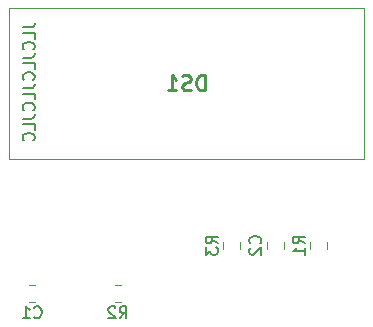
<source format=gbr>
%TF.GenerationSoftware,KiCad,Pcbnew,(5.1.6)-1*%
%TF.CreationDate,2021-07-08T13:54:37-04:00*%
%TF.ProjectId,Turbo-Display-V3-Simple,54757262-6f2d-4446-9973-706c61792d56,rev?*%
%TF.SameCoordinates,Original*%
%TF.FileFunction,Legend,Bot*%
%TF.FilePolarity,Positive*%
%FSLAX46Y46*%
G04 Gerber Fmt 4.6, Leading zero omitted, Abs format (unit mm)*
G04 Created by KiCad (PCBNEW (5.1.6)-1) date 2021-07-08 13:54:37*
%MOMM*%
%LPD*%
G01*
G04 APERTURE LIST*
%ADD10C,0.150000*%
%ADD11C,0.120000*%
%ADD12C,0.100000*%
%ADD13C,0.254000*%
G04 APERTURE END LIST*
D10*
X123277380Y-78438952D02*
X123991666Y-78438952D01*
X124134523Y-78391333D01*
X124229761Y-78296095D01*
X124277380Y-78153238D01*
X124277380Y-78058000D01*
X124277380Y-79391333D02*
X124277380Y-78915142D01*
X123277380Y-78915142D01*
X124182142Y-80296095D02*
X124229761Y-80248476D01*
X124277380Y-80105619D01*
X124277380Y-80010380D01*
X124229761Y-79867523D01*
X124134523Y-79772285D01*
X124039285Y-79724666D01*
X123848809Y-79677047D01*
X123705952Y-79677047D01*
X123515476Y-79724666D01*
X123420238Y-79772285D01*
X123325000Y-79867523D01*
X123277380Y-80010380D01*
X123277380Y-80105619D01*
X123325000Y-80248476D01*
X123372619Y-80296095D01*
X123277380Y-81010380D02*
X123991666Y-81010380D01*
X124134523Y-80962761D01*
X124229761Y-80867523D01*
X124277380Y-80724666D01*
X124277380Y-80629428D01*
X124277380Y-81962761D02*
X124277380Y-81486571D01*
X123277380Y-81486571D01*
X124182142Y-82867523D02*
X124229761Y-82819904D01*
X124277380Y-82677047D01*
X124277380Y-82581809D01*
X124229761Y-82438952D01*
X124134523Y-82343714D01*
X124039285Y-82296095D01*
X123848809Y-82248476D01*
X123705952Y-82248476D01*
X123515476Y-82296095D01*
X123420238Y-82343714D01*
X123325000Y-82438952D01*
X123277380Y-82581809D01*
X123277380Y-82677047D01*
X123325000Y-82819904D01*
X123372619Y-82867523D01*
X123277380Y-83581809D02*
X123991666Y-83581809D01*
X124134523Y-83534190D01*
X124229761Y-83438952D01*
X124277380Y-83296095D01*
X124277380Y-83200857D01*
X124277380Y-84534190D02*
X124277380Y-84058000D01*
X123277380Y-84058000D01*
X124182142Y-85438952D02*
X124229761Y-85391333D01*
X124277380Y-85248476D01*
X124277380Y-85153238D01*
X124229761Y-85010380D01*
X124134523Y-84915142D01*
X124039285Y-84867523D01*
X123848809Y-84819904D01*
X123705952Y-84819904D01*
X123515476Y-84867523D01*
X123420238Y-84915142D01*
X123325000Y-85010380D01*
X123277380Y-85153238D01*
X123277380Y-85248476D01*
X123325000Y-85391333D01*
X123372619Y-85438952D01*
X123277380Y-86153238D02*
X123991666Y-86153238D01*
X124134523Y-86105619D01*
X124229761Y-86010380D01*
X124277380Y-85867523D01*
X124277380Y-85772285D01*
X124277380Y-87105619D02*
X124277380Y-86629428D01*
X123277380Y-86629428D01*
X124182142Y-88010380D02*
X124229761Y-87962761D01*
X124277380Y-87819904D01*
X124277380Y-87724666D01*
X124229761Y-87581809D01*
X124134523Y-87486571D01*
X124039285Y-87438952D01*
X123848809Y-87391333D01*
X123705952Y-87391333D01*
X123515476Y-87438952D01*
X123420238Y-87486571D01*
X123325000Y-87581809D01*
X123277380Y-87724666D01*
X123277380Y-87819904D01*
X123325000Y-87962761D01*
X123372619Y-88010380D01*
D11*
%TO.C,C1*%
X123817748Y-101675000D02*
X124340252Y-101675000D01*
X123817748Y-100255000D02*
X124340252Y-100255000D01*
%TO.C,C2*%
X145363000Y-96639748D02*
X145363000Y-97162252D01*
X143943000Y-96639748D02*
X143943000Y-97162252D01*
D12*
%TO.C,DS1*%
X122150000Y-89585000D02*
X152170000Y-89585000D01*
X152170000Y-89585000D02*
X152170000Y-76785000D01*
X152170000Y-76785000D02*
X122150000Y-76785000D01*
X122150000Y-76785000D02*
X122150000Y-89585000D01*
D11*
%TO.C,R1*%
X147626000Y-96639748D02*
X147626000Y-97162252D01*
X149046000Y-96639748D02*
X149046000Y-97162252D01*
%TO.C,R2*%
X131579252Y-101675000D02*
X131056748Y-101675000D01*
X131579252Y-100255000D02*
X131056748Y-100255000D01*
%TO.C,R3*%
X141680000Y-97162252D02*
X141680000Y-96639748D01*
X140260000Y-97162252D02*
X140260000Y-96639748D01*
%TO.C,C1*%
D10*
X124245666Y-102972142D02*
X124293285Y-103019761D01*
X124436142Y-103067380D01*
X124531380Y-103067380D01*
X124674238Y-103019761D01*
X124769476Y-102924523D01*
X124817095Y-102829285D01*
X124864714Y-102638809D01*
X124864714Y-102495952D01*
X124817095Y-102305476D01*
X124769476Y-102210238D01*
X124674238Y-102115000D01*
X124531380Y-102067380D01*
X124436142Y-102067380D01*
X124293285Y-102115000D01*
X124245666Y-102162619D01*
X123293285Y-103067380D02*
X123864714Y-103067380D01*
X123579000Y-103067380D02*
X123579000Y-102067380D01*
X123674238Y-102210238D01*
X123769476Y-102305476D01*
X123864714Y-102353095D01*
%TO.C,C2*%
X143360142Y-96734333D02*
X143407761Y-96686714D01*
X143455380Y-96543857D01*
X143455380Y-96448619D01*
X143407761Y-96305761D01*
X143312523Y-96210523D01*
X143217285Y-96162904D01*
X143026809Y-96115285D01*
X142883952Y-96115285D01*
X142693476Y-96162904D01*
X142598238Y-96210523D01*
X142503000Y-96305761D01*
X142455380Y-96448619D01*
X142455380Y-96543857D01*
X142503000Y-96686714D01*
X142550619Y-96734333D01*
X142550619Y-97115285D02*
X142503000Y-97162904D01*
X142455380Y-97258142D01*
X142455380Y-97496238D01*
X142503000Y-97591476D01*
X142550619Y-97639095D01*
X142645857Y-97686714D01*
X142741095Y-97686714D01*
X142883952Y-97639095D01*
X143455380Y-97067666D01*
X143455380Y-97686714D01*
%TO.C,DS1*%
D13*
X138702142Y-83759523D02*
X138702142Y-82489523D01*
X138399761Y-82489523D01*
X138218333Y-82550000D01*
X138097380Y-82670952D01*
X138036904Y-82791904D01*
X137976428Y-83033809D01*
X137976428Y-83215238D01*
X138036904Y-83457142D01*
X138097380Y-83578095D01*
X138218333Y-83699047D01*
X138399761Y-83759523D01*
X138702142Y-83759523D01*
X137492619Y-83699047D02*
X137311190Y-83759523D01*
X137008809Y-83759523D01*
X136887857Y-83699047D01*
X136827380Y-83638571D01*
X136766904Y-83517619D01*
X136766904Y-83396666D01*
X136827380Y-83275714D01*
X136887857Y-83215238D01*
X137008809Y-83154761D01*
X137250714Y-83094285D01*
X137371666Y-83033809D01*
X137432142Y-82973333D01*
X137492619Y-82852380D01*
X137492619Y-82731428D01*
X137432142Y-82610476D01*
X137371666Y-82550000D01*
X137250714Y-82489523D01*
X136948333Y-82489523D01*
X136766904Y-82550000D01*
X135557380Y-83759523D02*
X136283095Y-83759523D01*
X135920238Y-83759523D02*
X135920238Y-82489523D01*
X136041190Y-82670952D01*
X136162142Y-82791904D01*
X136283095Y-82852380D01*
%TO.C,R1*%
D10*
X147138380Y-96734333D02*
X146662190Y-96401000D01*
X147138380Y-96162904D02*
X146138380Y-96162904D01*
X146138380Y-96543857D01*
X146186000Y-96639095D01*
X146233619Y-96686714D01*
X146328857Y-96734333D01*
X146471714Y-96734333D01*
X146566952Y-96686714D01*
X146614571Y-96639095D01*
X146662190Y-96543857D01*
X146662190Y-96162904D01*
X147138380Y-97686714D02*
X147138380Y-97115285D01*
X147138380Y-97401000D02*
X146138380Y-97401000D01*
X146281238Y-97305761D01*
X146376476Y-97210523D01*
X146424095Y-97115285D01*
%TO.C,R2*%
X131484666Y-103068380D02*
X131818000Y-102592190D01*
X132056095Y-103068380D02*
X132056095Y-102068380D01*
X131675142Y-102068380D01*
X131579904Y-102116000D01*
X131532285Y-102163619D01*
X131484666Y-102258857D01*
X131484666Y-102401714D01*
X131532285Y-102496952D01*
X131579904Y-102544571D01*
X131675142Y-102592190D01*
X132056095Y-102592190D01*
X131103714Y-102163619D02*
X131056095Y-102116000D01*
X130960857Y-102068380D01*
X130722761Y-102068380D01*
X130627523Y-102116000D01*
X130579904Y-102163619D01*
X130532285Y-102258857D01*
X130532285Y-102354095D01*
X130579904Y-102496952D01*
X131151333Y-103068380D01*
X130532285Y-103068380D01*
%TO.C,R3*%
X139771380Y-96734333D02*
X139295190Y-96401000D01*
X139771380Y-96162904D02*
X138771380Y-96162904D01*
X138771380Y-96543857D01*
X138819000Y-96639095D01*
X138866619Y-96686714D01*
X138961857Y-96734333D01*
X139104714Y-96734333D01*
X139199952Y-96686714D01*
X139247571Y-96639095D01*
X139295190Y-96543857D01*
X139295190Y-96162904D01*
X138771380Y-97067666D02*
X138771380Y-97686714D01*
X139152333Y-97353380D01*
X139152333Y-97496238D01*
X139199952Y-97591476D01*
X139247571Y-97639095D01*
X139342809Y-97686714D01*
X139580904Y-97686714D01*
X139676142Y-97639095D01*
X139723761Y-97591476D01*
X139771380Y-97496238D01*
X139771380Y-97210523D01*
X139723761Y-97115285D01*
X139676142Y-97067666D01*
%TD*%
M02*

</source>
